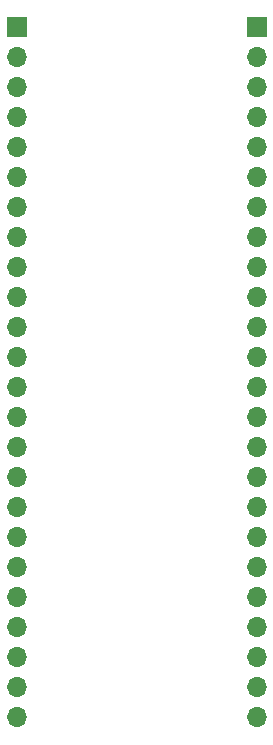
<source format=gbl>
%TF.GenerationSoftware,KiCad,Pcbnew,(6.0.2)*%
%TF.CreationDate,2022-10-19T19:09:35+02:00*%
%TF.ProjectId,adapter_LQFP48,61646170-7465-4725-9f4c-51465034382e,rev?*%
%TF.SameCoordinates,Original*%
%TF.FileFunction,Copper,L2,Bot*%
%TF.FilePolarity,Positive*%
%FSLAX46Y46*%
G04 Gerber Fmt 4.6, Leading zero omitted, Abs format (unit mm)*
G04 Created by KiCad (PCBNEW (6.0.2)) date 2022-10-19 19:09:35*
%MOMM*%
%LPD*%
G01*
G04 APERTURE LIST*
%TA.AperFunction,ComponentPad*%
%ADD10R,1.700000X1.700000*%
%TD*%
%TA.AperFunction,ComponentPad*%
%ADD11O,1.700000X1.700000*%
%TD*%
G04 APERTURE END LIST*
D10*
%TO.P,J1,1,Pin_1*%
%TO.N,Net-(J1-Pad1)*%
X114300000Y-76200000D03*
D11*
%TO.P,J1,2,Pin_2*%
%TO.N,Net-(J1-Pad2)*%
X114300000Y-78740000D03*
%TO.P,J1,3,Pin_3*%
%TO.N,Net-(J1-Pad3)*%
X114300000Y-81280000D03*
%TO.P,J1,4,Pin_4*%
%TO.N,Net-(J1-Pad4)*%
X114300000Y-83820000D03*
%TO.P,J1,5,Pin_5*%
%TO.N,Net-(J1-Pad5)*%
X114300000Y-86360000D03*
%TO.P,J1,6,Pin_6*%
%TO.N,Net-(J1-Pad6)*%
X114300000Y-88900000D03*
%TO.P,J1,7,Pin_7*%
%TO.N,Net-(J1-Pad7)*%
X114300000Y-91440000D03*
%TO.P,J1,8,Pin_8*%
%TO.N,Net-(J1-Pad8)*%
X114300000Y-93980000D03*
%TO.P,J1,9,Pin_9*%
%TO.N,Net-(J1-Pad9)*%
X114300000Y-96520000D03*
%TO.P,J1,10,Pin_10*%
%TO.N,Net-(J1-Pad10)*%
X114300000Y-99060000D03*
%TO.P,J1,11,Pin_11*%
%TO.N,Net-(J1-Pad11)*%
X114300000Y-101600000D03*
%TO.P,J1,12,Pin_12*%
%TO.N,Net-(J1-Pad12)*%
X114300000Y-104140000D03*
%TO.P,J1,13,Pin_13*%
%TO.N,Net-(J1-Pad13)*%
X114300000Y-106680000D03*
%TO.P,J1,14,Pin_14*%
%TO.N,Net-(J1-Pad14)*%
X114300000Y-109220000D03*
%TO.P,J1,15,Pin_15*%
%TO.N,Net-(J1-Pad15)*%
X114300000Y-111760000D03*
%TO.P,J1,16,Pin_16*%
%TO.N,Net-(J1-Pad16)*%
X114300000Y-114300000D03*
%TO.P,J1,17,Pin_17*%
%TO.N,Net-(J1-Pad17)*%
X114300000Y-116840000D03*
%TO.P,J1,18,Pin_18*%
%TO.N,Net-(J1-Pad18)*%
X114300000Y-119380000D03*
%TO.P,J1,19,Pin_19*%
%TO.N,Net-(J1-Pad19)*%
X114300000Y-121920000D03*
%TO.P,J1,20,Pin_20*%
%TO.N,Net-(J1-Pad20)*%
X114300000Y-124460000D03*
%TO.P,J1,21,Pin_21*%
%TO.N,Net-(J1-Pad21)*%
X114300000Y-127000000D03*
%TO.P,J1,22,Pin_22*%
%TO.N,Net-(J1-Pad22)*%
X114300000Y-129540000D03*
%TO.P,J1,23,Pin_23*%
%TO.N,Net-(J1-Pad23)*%
X114300000Y-132080000D03*
%TO.P,J1,24,Pin_24*%
%TO.N,Net-(J1-Pad24)*%
X114300000Y-134620000D03*
%TD*%
D10*
%TO.P,J2,1,Pin_1*%
%TO.N,Net-(J2-Pad1)*%
X134620000Y-76200000D03*
D11*
%TO.P,J2,2,Pin_2*%
%TO.N,Net-(J2-Pad2)*%
X134620000Y-78740000D03*
%TO.P,J2,3,Pin_3*%
%TO.N,Net-(J2-Pad3)*%
X134620000Y-81280000D03*
%TO.P,J2,4,Pin_4*%
%TO.N,Net-(J2-Pad4)*%
X134620000Y-83820000D03*
%TO.P,J2,5,Pin_5*%
%TO.N,Net-(J2-Pad5)*%
X134620000Y-86360000D03*
%TO.P,J2,6,Pin_6*%
%TO.N,Net-(J2-Pad6)*%
X134620000Y-88900000D03*
%TO.P,J2,7,Pin_7*%
%TO.N,Net-(J2-Pad7)*%
X134620000Y-91440000D03*
%TO.P,J2,8,Pin_8*%
%TO.N,Net-(J2-Pad8)*%
X134620000Y-93980000D03*
%TO.P,J2,9,Pin_9*%
%TO.N,Net-(J2-Pad9)*%
X134620000Y-96520000D03*
%TO.P,J2,10,Pin_10*%
%TO.N,Net-(J2-Pad10)*%
X134620000Y-99060000D03*
%TO.P,J2,11,Pin_11*%
%TO.N,Net-(J2-Pad11)*%
X134620000Y-101600000D03*
%TO.P,J2,12,Pin_12*%
%TO.N,Net-(J2-Pad12)*%
X134620000Y-104140000D03*
%TO.P,J2,13,Pin_13*%
%TO.N,Net-(J2-Pad13)*%
X134620000Y-106680000D03*
%TO.P,J2,14,Pin_14*%
%TO.N,Net-(J2-Pad14)*%
X134620000Y-109220000D03*
%TO.P,J2,15,Pin_15*%
%TO.N,Net-(J2-Pad15)*%
X134620000Y-111760000D03*
%TO.P,J2,16,Pin_16*%
%TO.N,Net-(J2-Pad16)*%
X134620000Y-114300000D03*
%TO.P,J2,17,Pin_17*%
%TO.N,Net-(J2-Pad17)*%
X134620000Y-116840000D03*
%TO.P,J2,18,Pin_18*%
%TO.N,Net-(J2-Pad18)*%
X134620000Y-119380000D03*
%TO.P,J2,19,Pin_19*%
%TO.N,Net-(J2-Pad19)*%
X134620000Y-121920000D03*
%TO.P,J2,20,Pin_20*%
%TO.N,Net-(J2-Pad20)*%
X134620000Y-124460000D03*
%TO.P,J2,21,Pin_21*%
%TO.N,Net-(J2-Pad21)*%
X134620000Y-127000000D03*
%TO.P,J2,22,Pin_22*%
%TO.N,Net-(J2-Pad22)*%
X134620000Y-129540000D03*
%TO.P,J2,23,Pin_23*%
%TO.N,Net-(J2-Pad23)*%
X134620000Y-132080000D03*
%TO.P,J2,24,Pin_24*%
%TO.N,Net-(J2-Pad24)*%
X134620000Y-134620000D03*
%TD*%
M02*

</source>
